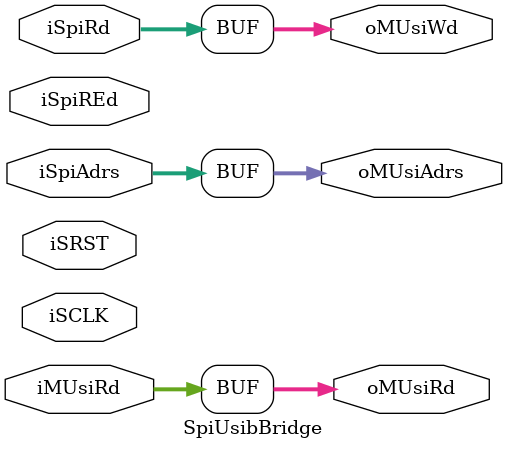
<source format=v>
module SpiUsibBridge #(
	parameter pUsiBusWidth = 32
	// parameter pUfiBusWidth = 32
)(
	// SPI USIB Bridge
	input  [pUsiBusWidth-1:0] iSpiRd,
	input  [pUsiBusWidth-1:0] iSpiAdrs,
	input  iSpiREd,
	// Bus Master Write/Read
	output [pUsiBusWidth-1:0] oMUsiRd,
	input  [pUsiBusWidth-1:0] iMUsiRd,
	output [pUsiBusWidth-1:0] oMUsiWd,
	output [pUsiBusWidth-1:0] oMUsiAdrs,
	// Ufi Bus Master Write
	// output	[pUfiBusWidth-1:0]	oMUfiWd,	// Write Data
	// output	[31:0]				oMUfiAdrs,	// Write address
	// output						oMUfiEd,	// Write Data Enable
	// output 						oMUfiVd,	// 転送期間中 Assert
	// output 						oMUfiCmd,	// High Read, Low Write
	// CLK Reset
	input  iSRST,
    input  iSCLK
);


//----------------------------------------------------------
// Master Cmd で RW を判定し Cke を発行するため、1clk 遅延する
// タイミングを合わせるため、データバスもレジスタ経由にする
// Cmd のデータ構造は SPISignal module 参照
//----------------------------------------------------------

//----------------------------------------------------------
// USI Bus
// Adrs 32bit内にデータ有効bitを含むため、32bit データ受信時にアドレスは更新するようにする。
// 
//----------------------------------------------------------
// reg  [pUsiBusWidth-1:0] rMUsiWd, rMUsiAdrs;

// always @(posedge iSCLK)
// begin
// 	rMUsiWd		<= iSpiRd;
// 	rMUsiAdrs	<= iSpiAdrs;
// end

assign oMUsiRd	 	= iMUsiRd; 	// Csr RData はそのまま経由させる
assign oMUsiWd   	= iSpiRd;
assign oMUsiAdrs 	= iSpiAdrs;

//----------------------------------------------------------
// UFI Bus
//----------------------------------------------------------
// reg [pUfiBusWidth-1:0] 	rMUfiWd;		assign oMUfiWd		= rMUfiWd;
// reg [31:0] 				rMUfiAdrs;		assign oMUfiAdrs	= rMUfiAdrs;
// reg 					rMUfiEd;		assign oMUfiEd		= rMUfiEd;
// reg  					rMUfiVd;		assign oMUfiVd		= rMUfiVd;
// reg  					rMUfiCmd;		assign oMUfiCmd		= rMUfiCmd;
// //
// reg 					qMUfiVd;
// //
// always @(posedge iSCLK)
// begin
// 	rMUfiWd		<= iSRd[pUfiBusWidth-1:0];
// 	rMUfiAdrs	<= iSAdrs;

// 	// Data Enable
// 	case ({iSREd, iSCmd})
// 		4'b1011:	rMUfiEd <= 1'b1;
// 		4'b1100:	rMUfiEd <= 1'b1;
// 		default 	rMUfiEd <= 1'b0;
// 	endcase

// 	// Cmd
// 	case ({iSCmd})
// 		3'b011:		rMUfiCmd <= 1'b0;
// 		default 	rMUfiCmd <= 1'b1;
// 	endcase

// 	// wVd SDLen を取得したら 転送期間中とする
// 	if (qMUfiVd) 	rMUfiVd <= 1'b0;
// 	else			rMUfiVd <= 1'b1;
// end

// always @*
// begin
// 	qMUfiVd <= (iSDLen == 16'd0);
// end


endmodule
</source>
